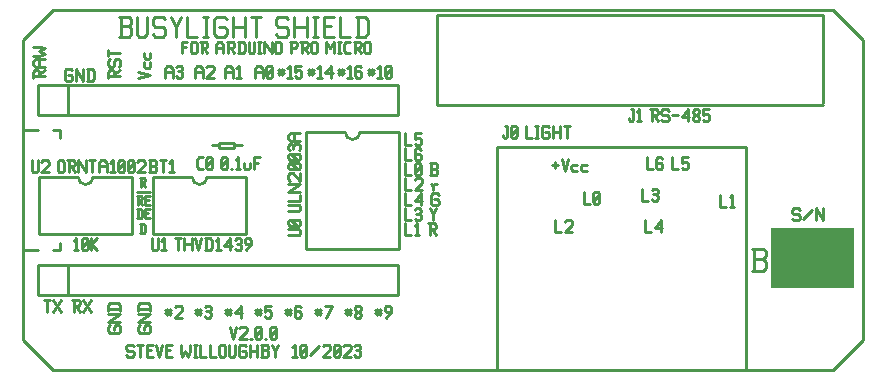
<source format=gto>
G04 start of page 8 for group -4079 idx -4079 *
G04 Title: (unknown), topsilk *
G04 Creator: pcb v4.3.0-g9dea9f5a *
G04 CreationDate: Fri Oct 27 19:37:28 2023 UTC *
G04 For: steve *
G04 Format: Gerber/RS-274X *
G04 PCB-Dimensions (mil): 3200.00 1400.00 *
G04 PCB-Coordinate-Origin: lower left *
%MOIN*%
%FSLAX25Y25*%
%LNGTO*%
%ADD62C,0.0001*%
%ADD61C,0.0100*%
G54D61*X40000Y22500D02*Y110000D01*
Y100000D01*
Y20000D02*Y27500D01*
Y105000D02*Y120000D01*
X50000Y130000D01*
X40000Y25000D02*Y20000D01*
X320000Y110000D02*Y20000D01*
X310000Y10000D01*
X312500Y12500D01*
X310000Y130000D02*X320000Y120000D01*
Y105000D01*
X50000Y130000D02*X72500D01*
X70000D02*X82500D01*
X310000D01*
X40000Y20000D02*X50000Y10000D01*
X72500D01*
X67500D02*X82500D01*
X310000D01*
G54D62*G36*
X289500Y57500D02*X317000D01*
Y37500D01*
X289500D01*
Y57500D01*
G37*
G54D61*X237185Y128500D02*X262185D01*
X306685Y124000D02*Y105500D01*
Y128500D02*Y118000D01*
X260185Y128500D02*X306685D01*
X239685Y98500D02*X262185D01*
X260185D02*X306685D01*
Y108000D02*Y99000D01*
X178185Y128000D02*Y113000D01*
Y111500D02*Y98500D01*
Y128500D02*X239185D01*
X178185Y121500D02*Y110500D01*
Y98500D02*X242185D01*
X40000Y50000D02*X45000D01*
X50000D02*X52500D01*
Y52500D01*
X40000Y90000D02*X45000D01*
X50000D02*X52500D01*
Y87500D01*
X78000Y69500D02*X82500D01*
X72000Y121200D02*X75320D01*
X76150Y122030D01*
Y124022D02*Y122030D01*
X75320Y124852D02*X76150Y124022D01*
X72830Y124852D02*X75320D01*
X72830Y127840D02*Y121200D01*
X72000Y127840D02*X75320D01*
X76150Y127010D01*
Y125682D01*
X75320Y124852D02*X76150Y125682D01*
X78142Y127840D02*Y122030D01*
X78972Y121200D01*
X80632D01*
X81462Y122030D01*
Y127840D02*Y122030D01*
X86774Y127840D02*X87604Y127010D01*
X84284Y127840D02*X86774D01*
X83454Y127010D02*X84284Y127840D01*
X83454Y127010D02*Y125350D01*
X84284Y124520D01*
X86774D01*
X87604Y123690D01*
Y122030D01*
X86774Y121200D02*X87604Y122030D01*
X84284Y121200D02*X86774D01*
X83454Y122030D02*X84284Y121200D01*
X89596Y127840D02*X91256Y124520D01*
X92916Y127840D01*
X91256Y124520D02*Y121200D01*
X94908Y127840D02*Y121200D01*
X98228D01*
X100220Y127840D02*X101880D01*
X101050D02*Y121200D01*
X100220D02*X101880D01*
X107192Y127840D02*X108022Y127010D01*
X104702Y127840D02*X107192D01*
X103872Y127010D02*X104702Y127840D01*
X103872Y127010D02*Y122030D01*
X104702Y121200D01*
X107192D01*
X108022Y122030D01*
Y123690D02*Y122030D01*
X107192Y124520D02*X108022Y123690D01*
X105532Y124520D02*X107192D01*
X110014Y127840D02*Y121200D01*
X114164Y127840D02*Y121200D01*
X110014Y124520D02*X114164D01*
X116156Y127840D02*X119476D01*
X117816D02*Y121200D01*
X127776Y127840D02*X128606Y127010D01*
X125286Y127840D02*X127776D01*
X124456Y127010D02*X125286Y127840D01*
X124456Y127010D02*Y125350D01*
X125286Y124520D01*
X127776D01*
X128606Y123690D01*
Y122030D01*
X127776Y121200D02*X128606Y122030D01*
X125286Y121200D02*X127776D01*
X124456Y122030D02*X125286Y121200D01*
X130598Y127840D02*Y121200D01*
X134748Y127840D02*Y121200D01*
X130598Y124520D02*X134748D01*
X136740Y127840D02*X138400D01*
X137570D02*Y121200D01*
X136740D02*X138400D01*
X140392Y124852D02*X142882D01*
X140392Y121200D02*X143712D01*
X140392Y127840D02*Y121200D01*
Y127840D02*X143712D01*
X145704D02*Y121200D01*
X149024D01*
X151846Y127840D02*Y121200D01*
X154004Y127840D02*X155166Y126678D01*
Y122362D01*
X154004Y121200D02*X155166Y122362D01*
X151016Y121200D02*X154004D01*
X151016Y127840D02*X154004D01*
X93000Y119530D02*Y115650D01*
Y119530D02*X94940D01*
X93000Y117784D02*X94455D01*
X96104Y119045D02*Y116135D01*
Y119045D02*X96589Y119530D01*
X97559D01*
X98044Y119045D01*
Y116135D01*
X97559Y115650D02*X98044Y116135D01*
X96589Y115650D02*X97559D01*
X96104Y116135D02*X96589Y115650D01*
X99208Y119530D02*X101148D01*
X101633Y119045D01*
Y118075D01*
X101148Y117590D02*X101633Y118075D01*
X99693Y117590D02*X101148D01*
X99693Y119530D02*Y115650D01*
X100469Y117590D02*X101633Y115650D01*
X104543Y118560D02*Y115650D01*
Y118560D02*X105222Y119530D01*
X106289D01*
X106968Y118560D01*
Y115650D01*
X104543Y117590D02*X106968D01*
X108132Y119530D02*X110072D01*
X110557Y119045D01*
Y118075D01*
X110072Y117590D02*X110557Y118075D01*
X108617Y117590D02*X110072D01*
X108617Y119530D02*Y115650D01*
X109393Y117590D02*X110557Y115650D01*
X112206Y119530D02*Y115650D01*
X113467Y119530D02*X114146Y118851D01*
Y116329D01*
X113467Y115650D02*X114146Y116329D01*
X111721Y115650D02*X113467D01*
X111721Y119530D02*X113467D01*
X115310D02*Y116135D01*
X115795Y115650D01*
X116765D01*
X117250Y116135D01*
Y119530D02*Y116135D01*
X118414Y119530D02*X119384D01*
X118899D02*Y115650D01*
X118414D02*X119384D01*
X120548Y119530D02*Y115650D01*
Y119530D02*X122973Y115650D01*
Y119530D02*Y115650D01*
X124137Y119045D02*Y116135D01*
Y119045D02*X124622Y119530D01*
X125592D01*
X126077Y119045D01*
Y116135D01*
X125592Y115650D02*X126077Y116135D01*
X124622Y115650D02*X125592D01*
X124137Y116135D02*X124622Y115650D01*
X129472Y119530D02*Y115650D01*
X128987Y119530D02*X130927D01*
X131412Y119045D01*
Y118075D01*
X130927Y117590D02*X131412Y118075D01*
X129472Y117590D02*X130927D01*
X132576Y119530D02*X134516D01*
X135001Y119045D01*
Y118075D01*
X134516Y117590D02*X135001Y118075D01*
X133061Y117590D02*X134516D01*
X133061Y119530D02*Y115650D01*
X133837Y117590D02*X135001Y115650D01*
X136165Y119045D02*Y116135D01*
Y119045D02*X136650Y119530D01*
X137620D01*
X138105Y119045D01*
Y116135D01*
X137620Y115650D02*X138105Y116135D01*
X136650Y115650D02*X137620D01*
X136165Y116135D02*X136650Y115650D01*
X141015Y119530D02*Y115650D01*
Y119530D02*X142470Y117590D01*
X143925Y119530D01*
Y115650D01*
X145089Y119530D02*X146059D01*
X145574D02*Y115650D01*
X145089D02*X146059D01*
X147902D02*X149163D01*
X147223Y116329D02*X147902Y115650D01*
X147223Y118851D02*Y116329D01*
Y118851D02*X147902Y119530D01*
X149163D01*
X150327D02*X152267D01*
X152752Y119045D01*
Y118075D01*
X152267Y117590D02*X152752Y118075D01*
X150812Y117590D02*X152267D01*
X150812Y119530D02*Y115650D01*
X151588Y117590D02*X152752Y115650D01*
X153916Y119045D02*Y116135D01*
Y119045D02*X154401Y119530D01*
X155371D01*
X155856Y119045D01*
Y116135D01*
X155371Y115650D02*X155856Y116135D01*
X154401Y115650D02*X155371D01*
X153916Y116135D02*X154401Y115650D01*
X155000Y109000D02*X157000D01*
X155000Y110000D02*X157000D01*
X156500Y110500D02*Y108500D01*
X155500Y110500D02*Y108500D01*
X158200Y110700D02*X159000Y111500D01*
Y107500D01*
X158200D02*X159700D01*
X160900Y108000D02*X161400Y107500D01*
X160900Y111000D02*Y108000D01*
Y111000D02*X161400Y111500D01*
X162400D01*
X162900Y111000D01*
Y108000D01*
X162400Y107500D02*X162900Y108000D01*
X161400Y107500D02*X162400D01*
X160900Y108500D02*X162900Y110500D01*
X200700Y91500D02*X201500D01*
Y88000D01*
X201000Y87500D02*X201500Y88000D01*
X200500Y87500D02*X201000D01*
X200000Y88000D02*X200500Y87500D01*
X200000Y88500D02*Y88000D01*
X202700D02*X203200Y87500D01*
X202700Y91000D02*Y88000D01*
Y91000D02*X203200Y91500D01*
X204200D01*
X204700Y91000D01*
Y88000D01*
X204200Y87500D02*X204700Y88000D01*
X203200Y87500D02*X204200D01*
X202700Y88500D02*X204700Y90500D01*
X207700Y91500D02*Y87500D01*
X209700D01*
X210900Y91500D02*X211900D01*
X211400D02*Y87500D01*
X210900D02*X211900D01*
X215100Y91500D02*X215600Y91000D01*
X213600Y91500D02*X215100D01*
X213100Y91000D02*X213600Y91500D01*
X213100Y91000D02*Y88000D01*
X213600Y87500D01*
X215100D01*
X215600Y88000D01*
Y89000D02*Y88000D01*
X215100Y89500D02*X215600Y89000D01*
X214100Y89500D02*X215100D01*
X216800Y91500D02*Y87500D01*
X219300Y91500D02*Y87500D01*
X216800Y89500D02*X219300D01*
X220500Y91500D02*X222500D01*
X221500D02*Y87500D01*
X242700Y97000D02*X243500D01*
Y93500D01*
X243000Y93000D02*X243500Y93500D01*
X242500Y93000D02*X243000D01*
X242000Y93500D02*X242500Y93000D01*
X242000Y94000D02*Y93500D01*
X244700Y96200D02*X245500Y97000D01*
Y93000D01*
X244700D02*X246200D01*
X249200Y97000D02*X251200D01*
X251700Y96500D01*
Y95500D01*
X251200Y95000D02*X251700Y95500D01*
X249700Y95000D02*X251200D01*
X249700Y97000D02*Y93000D01*
X250500Y95000D02*X251700Y93000D01*
X254900Y97000D02*X255400Y96500D01*
X253400Y97000D02*X254900D01*
X252900Y96500D02*X253400Y97000D01*
X252900Y96500D02*Y95500D01*
X253400Y95000D01*
X254900D01*
X255400Y94500D01*
Y93500D01*
X254900Y93000D02*X255400Y93500D01*
X253400Y93000D02*X254900D01*
X252900Y93500D02*X253400Y93000D01*
X256600Y95000D02*X258600D01*
X259800Y94500D02*X261800Y97000D01*
X259800Y94500D02*X262300D01*
X261800Y97000D02*Y93000D01*
X263500Y93500D02*X264000Y93000D01*
X263500Y94300D02*Y93500D01*
Y94300D02*X264200Y95000D01*
X264800D01*
X265500Y94300D01*
Y93500D01*
X265000Y93000D02*X265500Y93500D01*
X264000Y93000D02*X265000D01*
X263500Y95700D02*X264200Y95000D01*
X263500Y96500D02*Y95700D01*
Y96500D02*X264000Y97000D01*
X265000D01*
X265500Y96500D01*
Y95700D01*
X264800Y95000D02*X265500Y95700D01*
X266700Y97000D02*X268700D01*
X266700D02*Y95000D01*
X267200Y95500D01*
X268200D01*
X268700Y95000D01*
Y93500D01*
X268200Y93000D02*X268700Y93500D01*
X267200Y93000D02*X268200D01*
X266700Y93500D02*X267200Y93000D01*
X216500Y78500D02*X218500D01*
X217500Y79500D02*Y77500D01*
X219700Y80500D02*X220700Y76500D01*
X221700Y80500D01*
X223400Y78500D02*X224900D01*
X222900Y78000D02*X223400Y78500D01*
X222900Y78000D02*Y77000D01*
X223400Y76500D01*
X224900D01*
X226600Y78500D02*X228100D01*
X226100Y78000D02*X226600Y78500D01*
X226100Y78000D02*Y77000D01*
X226600Y76500D01*
X228100D01*
X256500Y81000D02*Y77000D01*
X258500D01*
X259700Y81000D02*X261700D01*
X259700D02*Y79000D01*
X260200Y79500D01*
X261200D01*
X261700Y79000D01*
Y77500D01*
X261200Y77000D02*X261700Y77500D01*
X260200Y77000D02*X261200D01*
X259700Y77500D02*X260200Y77000D01*
X248000Y81000D02*Y77000D01*
X250000D01*
X252700Y81000D02*X253200Y80500D01*
X251700Y81000D02*X252700D01*
X251200Y80500D02*X251700Y81000D01*
X251200Y80500D02*Y77500D01*
X251700Y77000D01*
X252700Y79200D02*X253200Y78700D01*
X251200Y79200D02*X252700D01*
X251700Y77000D02*X252700D01*
X253200Y77500D01*
Y78700D02*Y77500D01*
X145000Y109000D02*X147000D01*
X145000Y110000D02*X147000D01*
X146500Y110500D02*Y108500D01*
X145500Y110500D02*Y108500D01*
X148200Y110700D02*X149000Y111500D01*
Y107500D01*
X148200D02*X149700D01*
X152400Y111500D02*X152900Y111000D01*
X151400Y111500D02*X152400D01*
X150900Y111000D02*X151400Y111500D01*
X150900Y111000D02*Y108000D01*
X151400Y107500D01*
X152400Y109700D02*X152900Y109200D01*
X150900Y109700D02*X152400D01*
X151400Y107500D02*X152400D01*
X152900Y108000D01*
Y109200D02*Y108000D01*
X135000Y109000D02*X137000D01*
X135000Y110000D02*X137000D01*
X136500Y110500D02*Y108500D01*
X135500Y110500D02*Y108500D01*
X138200Y110700D02*X139000Y111500D01*
Y107500D01*
X138200D02*X139700D01*
X140900Y109000D02*X142900Y111500D01*
X140900Y109000D02*X143400D01*
X142900Y111500D02*Y107500D01*
X125000Y109000D02*X127000D01*
X125000Y110000D02*X127000D01*
X126500Y110500D02*Y108500D01*
X125500Y110500D02*Y108500D01*
X128200Y110700D02*X129000Y111500D01*
Y107500D01*
X128200D02*X129700D01*
X130900Y111500D02*X132900D01*
X130900D02*Y109500D01*
X131400Y110000D01*
X132400D01*
X132900Y109500D01*
Y108000D01*
X132400Y107500D02*X132900Y108000D01*
X131400Y107500D02*X132400D01*
X130900Y108000D02*X131400Y107500D01*
X117500Y110500D02*Y107500D01*
Y110500D02*X118200Y111500D01*
X119300D01*
X120000Y110500D01*
Y107500D01*
X117500Y109500D02*X120000D01*
X121200Y108000D02*X121700Y107500D01*
X121200Y111000D02*Y108000D01*
Y111000D02*X121700Y111500D01*
X122700D01*
X123200Y111000D01*
Y108000D01*
X122700Y107500D02*X123200Y108000D01*
X121700Y107500D02*X122700D01*
X121200Y108500D02*X123200Y110500D01*
X107500D02*Y107500D01*
Y110500D02*X108200Y111500D01*
X109300D01*
X110000Y110500D01*
Y107500D01*
X107500Y109500D02*X110000D01*
X111200Y110700D02*X112000Y111500D01*
Y107500D01*
X111200D02*X112700D01*
X97500Y110500D02*Y107500D01*
Y110500D02*X98200Y111500D01*
X99300D01*
X100000Y110500D01*
Y107500D01*
X97500Y109500D02*X100000D01*
X101200Y111000D02*X101700Y111500D01*
X103200D01*
X103700Y111000D01*
Y110000D01*
X101200Y107500D02*X103700Y110000D01*
X101200Y107500D02*X103700D01*
X87500Y110500D02*Y107500D01*
Y110500D02*X88200Y111500D01*
X89300D01*
X90000Y110500D01*
Y107500D01*
X87500Y109500D02*X90000D01*
X91200Y111000D02*X91700Y111500D01*
X92700D01*
X93200Y111000D01*
X92700Y107500D02*X93200Y108000D01*
X91700Y107500D02*X92700D01*
X91200Y108000D02*X91700Y107500D01*
Y109700D02*X92700D01*
X93200Y111000D02*Y110200D01*
Y109200D02*Y108000D01*
Y109200D02*X92700Y109700D01*
X93200Y110200D02*X92700Y109700D01*
X56000Y110500D02*X56500Y110000D01*
X54500Y110500D02*X56000D01*
X54000Y110000D02*X54500Y110500D01*
X54000Y110000D02*Y107000D01*
X54500Y106500D01*
X56000D01*
X56500Y107000D01*
Y108000D02*Y107000D01*
X56000Y108500D02*X56500Y108000D01*
X55000Y108500D02*X56000D01*
X57700Y110500D02*Y106500D01*
Y110500D02*X60200Y106500D01*
Y110500D02*Y106500D01*
X61900Y110500D02*Y106500D01*
X63200Y110500D02*X63900Y109800D01*
Y107200D01*
X63200Y106500D02*X63900Y107200D01*
X61400Y106500D02*X63200D01*
X61400Y110500D02*X63200D01*
X68500Y109500D02*Y107500D01*
Y109500D02*X69000Y110000D01*
X70000D01*
X70500Y109500D02*X70000Y110000D01*
X70500Y109500D02*Y108000D01*
X68500D02*X72500D01*
X70500Y108800D02*X72500Y110000D01*
X68500Y113200D02*X69000Y113700D01*
X68500Y113200D02*Y111700D01*
X69000Y111200D02*X68500Y111700D01*
X69000Y111200D02*X70000D01*
X70500Y111700D01*
Y113200D02*Y111700D01*
Y113200D02*X71000Y113700D01*
X72000D01*
X72500Y113200D02*X72000Y113700D01*
X72500Y113200D02*Y111700D01*
X72000Y111200D02*X72500Y111700D01*
X68500Y116900D02*Y114900D01*
Y115900D02*X72500D01*
X78500Y107500D02*X82500Y108500D01*
X78500Y109500D01*
X80500Y112700D02*Y111200D01*
X81000Y110700D02*X80500Y111200D01*
X81000Y110700D02*X82000D01*
X82500Y111200D01*
Y112700D02*Y111200D01*
X80500Y115900D02*Y114400D01*
X81000Y113900D02*X80500Y114400D01*
X81000Y113900D02*X82000D01*
X82500Y114400D01*
Y115900D02*Y114400D01*
X43500Y109500D02*Y107500D01*
Y109500D02*X44000Y110000D01*
X45000D01*
X45500Y109500D02*X45000Y110000D01*
X45500Y109500D02*Y108000D01*
X43500D02*X47500D01*
X45500Y108800D02*X47500Y110000D01*
X44500Y111200D02*X47500D01*
X44500D02*X43500Y111900D01*
Y113000D02*Y111900D01*
Y113000D02*X44500Y113700D01*
X47500D01*
X45500D02*Y111200D01*
X43500Y114900D02*X45500D01*
X47500Y115400D01*
X45500Y116400D01*
X47500Y117400D01*
X45500Y117900D01*
X43500D02*X45500D01*
X76500Y18500D02*X77000Y18000D01*
X75000Y18500D02*X76500D01*
X74500Y18000D02*X75000Y18500D01*
X74500Y18000D02*Y17000D01*
X75000Y16500D01*
X76500D01*
X77000Y16000D01*
Y15000D01*
X76500Y14500D02*X77000Y15000D01*
X75000Y14500D02*X76500D01*
X74500Y15000D02*X75000Y14500D01*
X78200Y18500D02*X80200D01*
X79200D02*Y14500D01*
X81400Y16700D02*X82900D01*
X81400Y14500D02*X83400D01*
X81400Y18500D02*Y14500D01*
Y18500D02*X83400D01*
X84600D02*X85600Y14500D01*
X86600Y18500D01*
X87800Y16700D02*X89300D01*
X87800Y14500D02*X89800D01*
X87800Y18500D02*Y14500D01*
Y18500D02*X89800D01*
X92800D02*Y16500D01*
X93300Y14500D01*
X94300Y16500D01*
X95300Y14500D01*
X95800Y16500D01*
Y18500D02*Y16500D01*
X97000Y18500D02*X98000D01*
X97500D02*Y14500D01*
X97000D02*X98000D01*
X99200Y18500D02*Y14500D01*
X101200D01*
X102400Y18500D02*Y14500D01*
X104400D01*
X105600Y18000D02*Y15000D01*
Y18000D02*X106100Y18500D01*
X107100D01*
X107600Y18000D01*
Y15000D01*
X107100Y14500D02*X107600Y15000D01*
X106100Y14500D02*X107100D01*
X105600Y15000D02*X106100Y14500D01*
X108800Y18500D02*Y15000D01*
X109300Y14500D01*
X110300D01*
X110800Y15000D01*
Y18500D02*Y15000D01*
X114000Y18500D02*X114500Y18000D01*
X112500Y18500D02*X114000D01*
X112000Y18000D02*X112500Y18500D01*
X112000Y18000D02*Y15000D01*
X112500Y14500D01*
X114000D01*
X114500Y15000D01*
Y16000D02*Y15000D01*
X114000Y16500D02*X114500Y16000D01*
X113000Y16500D02*X114000D01*
X115700Y18500D02*Y14500D01*
X118200Y18500D02*Y14500D01*
X115700Y16500D02*X118200D01*
X119400Y14500D02*X121400D01*
X121900Y15000D01*
Y16200D02*Y15000D01*
X121400Y16700D02*X121900Y16200D01*
X119900Y16700D02*X121400D01*
X119900Y18500D02*Y14500D01*
X119400Y18500D02*X121400D01*
X121900Y18000D01*
Y17200D01*
X121400Y16700D02*X121900Y17200D01*
X123100Y18500D02*X124100Y16500D01*
X125100Y18500D01*
X124100Y16500D02*Y14500D01*
X129900Y17700D02*X130700Y18500D01*
Y14500D01*
X129900D02*X131400D01*
X132600Y15000D02*X133100Y14500D01*
X132600Y18000D02*Y15000D01*
Y18000D02*X133100Y18500D01*
X134100D01*
X134600Y18000D01*
Y15000D01*
X134100Y14500D02*X134600Y15000D01*
X133100Y14500D02*X134100D01*
X132600Y15500D02*X134600Y17500D01*
X135800Y15000D02*X138800Y18000D01*
X140000D02*X140500Y18500D01*
X142000D01*
X142500Y18000D01*
Y17000D01*
X140000Y14500D02*X142500Y17000D01*
X140000Y14500D02*X142500D01*
X143700Y15000D02*X144200Y14500D01*
X143700Y18000D02*Y15000D01*
Y18000D02*X144200Y18500D01*
X145200D01*
X145700Y18000D01*
Y15000D01*
X145200Y14500D02*X145700Y15000D01*
X144200Y14500D02*X145200D01*
X143700Y15500D02*X145700Y17500D01*
X146900Y18000D02*X147400Y18500D01*
X148900D01*
X149400Y18000D01*
Y17000D01*
X146900Y14500D02*X149400Y17000D01*
X146900Y14500D02*X149400D01*
X150600Y18000D02*X151100Y18500D01*
X152100D01*
X152600Y18000D01*
X152100Y14500D02*X152600Y15000D01*
X151100Y14500D02*X152100D01*
X150600Y15000D02*X151100Y14500D01*
Y16700D02*X152100D01*
X152600Y18000D02*Y17200D01*
Y16200D02*Y15000D01*
Y16200D02*X152100Y16700D01*
X152600Y17200D02*X152100Y16700D01*
X109000Y24500D02*X110000Y20500D01*
X111000Y24500D01*
X112200Y24000D02*X112700Y24500D01*
X114200D01*
X114700Y24000D01*
Y23000D01*
X112200Y20500D02*X114700Y23000D01*
X112200Y20500D02*X114700D01*
X115900D02*X116400D01*
X117600Y21000D02*X118100Y20500D01*
X117600Y24000D02*Y21000D01*
Y24000D02*X118100Y24500D01*
X119100D01*
X119600Y24000D01*
Y21000D01*
X119100Y20500D02*X119600Y21000D01*
X118100Y20500D02*X119100D01*
X117600Y21500D02*X119600Y23500D01*
X120800Y20500D02*X121300D01*
X122500Y21000D02*X123000Y20500D01*
X122500Y24000D02*Y21000D01*
Y24000D02*X123000Y24500D01*
X124000D01*
X124500Y24000D01*
Y21000D01*
X124000Y20500D02*X124500Y21000D01*
X123000Y20500D02*X124000D01*
X122500Y21500D02*X124500Y23500D01*
X117500Y29000D02*X119500D01*
X117500Y30000D02*X119500D01*
X119000Y30500D02*Y28500D01*
X118000Y30500D02*Y28500D01*
X120700Y31500D02*X122700D01*
X120700D02*Y29500D01*
X121200Y30000D01*
X122200D01*
X122700Y29500D01*
Y28000D01*
X122200Y27500D02*X122700Y28000D01*
X121200Y27500D02*X122200D01*
X120700Y28000D02*X121200Y27500D01*
X107500Y29000D02*X109500D01*
X107500Y30000D02*X109500D01*
X109000Y30500D02*Y28500D01*
X108000Y30500D02*Y28500D01*
X110700Y29000D02*X112700Y31500D01*
X110700Y29000D02*X113200D01*
X112700Y31500D02*Y27500D01*
X83000Y54000D02*Y50500D01*
X83500Y50000D01*
X84500D01*
X85000Y50500D01*
Y54000D02*Y50500D01*
X86200Y53200D02*X87000Y54000D01*
Y50000D01*
X86200D02*X87700D01*
X90700Y54000D02*X92700D01*
X91700D02*Y50000D01*
X93900Y54000D02*Y50000D01*
X96400Y54000D02*Y50000D01*
X93900Y52000D02*X96400D01*
X97600Y54000D02*X98600Y50000D01*
X99600Y54000D01*
X101300D02*Y50000D01*
X102600Y54000D02*X103300Y53300D01*
Y50700D01*
X102600Y50000D02*X103300Y50700D01*
X100800Y50000D02*X102600D01*
X100800Y54000D02*X102600D01*
X104500Y53200D02*X105300Y54000D01*
Y50000D01*
X104500D02*X106000D01*
X107200Y51500D02*X109200Y54000D01*
X107200Y51500D02*X109700D01*
X109200Y54000D02*Y50000D01*
X110900Y53500D02*X111400Y54000D01*
X112400D01*
X112900Y53500D01*
X112400Y50000D02*X112900Y50500D01*
X111400Y50000D02*X112400D01*
X110900Y50500D02*X111400Y50000D01*
Y52200D02*X112400D01*
X112900Y53500D02*Y52700D01*
Y51700D02*Y50500D01*
Y51700D02*X112400Y52200D01*
X112900Y52700D02*X112400Y52200D01*
X114600Y50000D02*X116100Y52000D01*
Y53500D02*Y52000D01*
X115600Y54000D02*X116100Y53500D01*
X114600Y54000D02*X115600D01*
X114100Y53500D02*X114600Y54000D01*
X114100Y53500D02*Y52500D01*
X114600Y52000D01*
X116100D01*
X57000Y53200D02*X57800Y54000D01*
Y50000D01*
X57000D02*X58500D01*
X59700Y50500D02*X60200Y50000D01*
X59700Y53500D02*Y50500D01*
Y53500D02*X60200Y54000D01*
X61200D01*
X61700Y53500D01*
Y50500D01*
X61200Y50000D02*X61700Y50500D01*
X60200Y50000D02*X61200D01*
X59700Y51000D02*X61700Y53000D01*
X62900Y54000D02*Y50000D01*
Y52000D02*X64900Y54000D01*
X62900Y52000D02*X64900Y50000D01*
X78000Y68230D02*X79540D01*
X79925Y67845D01*
Y67075D01*
X79540Y66690D02*X79925Y67075D01*
X78385Y66690D02*X79540D01*
X78385Y68230D02*Y65150D01*
X79001Y66690D02*X79925Y65150D01*
X80849Y66844D02*X82004D01*
X80849Y65150D02*X82389D01*
X80849Y68230D02*Y65150D01*
Y68230D02*X82389D01*
X78380Y63740D02*Y60700D01*
X79368Y63740D02*X79900Y63208D01*
Y61232D01*
X79368Y60700D02*X79900Y61232D01*
X78000Y60700D02*X79368D01*
X78000Y63740D02*X79368D01*
X80812Y62372D02*X81952D01*
X80812Y60700D02*X82332D01*
X80812Y63740D02*Y60700D01*
Y63740D02*X82332D01*
X79385Y58730D02*Y55650D01*
X80386Y58730D02*X80925Y58191D01*
Y56189D01*
X80386Y55650D02*X80925Y56189D01*
X79000Y55650D02*X80386D01*
X79000Y58730D02*X80386D01*
X43000Y80000D02*Y76500D01*
X43500Y76000D01*
X44500D01*
X45000Y76500D01*
Y80000D02*Y76500D01*
X46200Y79500D02*X46700Y80000D01*
X48200D01*
X48700Y79500D01*
Y78500D01*
X46200Y76000D02*X48700Y78500D01*
X46200Y76000D02*X48700D01*
X51700Y79500D02*Y76500D01*
Y79500D02*X52200Y80000D01*
X53200D01*
X53700Y79500D01*
Y76500D01*
X53200Y76000D02*X53700Y76500D01*
X52200Y76000D02*X53200D01*
X51700Y76500D02*X52200Y76000D01*
X54900Y80000D02*X56900D01*
X57400Y79500D01*
Y78500D01*
X56900Y78000D02*X57400Y78500D01*
X55400Y78000D02*X56900D01*
X55400Y80000D02*Y76000D01*
X56200Y78000D02*X57400Y76000D01*
X58600Y80000D02*Y76000D01*
Y80000D02*X61100Y76000D01*
Y80000D02*Y76000D01*
X62300Y80000D02*X64300D01*
X63300D02*Y76000D01*
X65500Y79000D02*Y76000D01*
Y79000D02*X66200Y80000D01*
X67300D01*
X68000Y79000D01*
Y76000D01*
X65500Y78000D02*X68000D01*
X69200Y79200D02*X70000Y80000D01*
Y76000D01*
X69200D02*X70700D01*
X71900Y76500D02*X72400Y76000D01*
X71900Y79500D02*Y76500D01*
Y79500D02*X72400Y80000D01*
X73400D01*
X73900Y79500D01*
Y76500D01*
X73400Y76000D02*X73900Y76500D01*
X72400Y76000D02*X73400D01*
X71900Y77000D02*X73900Y79000D01*
X75100Y76500D02*X75600Y76000D01*
X75100Y79500D02*Y76500D01*
Y79500D02*X75600Y80000D01*
X76600D01*
X77100Y79500D01*
Y76500D01*
X76600Y76000D02*X77100Y76500D01*
X75600Y76000D02*X76600D01*
X75100Y77000D02*X77100Y79000D01*
X78300Y79500D02*X78800Y80000D01*
X80300D01*
X80800Y79500D01*
Y78500D01*
X78300Y76000D02*X80800Y78500D01*
X78300Y76000D02*X80800D01*
X82000D02*X84000D01*
X84500Y76500D01*
Y77700D02*Y76500D01*
X84000Y78200D02*X84500Y77700D01*
X82500Y78200D02*X84000D01*
X82500Y80000D02*Y76000D01*
X82000Y80000D02*X84000D01*
X84500Y79500D01*
Y78700D01*
X84000Y78200D02*X84500Y78700D01*
X85700Y80000D02*X87700D01*
X86700D02*Y76000D01*
X88900Y79200D02*X89700Y80000D01*
Y76000D01*
X88900D02*X90400D01*
X98700Y77000D02*X100000D01*
X98000Y77700D02*X98700Y77000D01*
X98000Y80300D02*Y77700D01*
Y80300D02*X98700Y81000D01*
X100000D01*
X101200Y77500D02*X101700Y77000D01*
X101200Y80500D02*Y77500D01*
Y80500D02*X101700Y81000D01*
X102700D01*
X103200Y80500D01*
Y77500D01*
X102700Y77000D02*X103200Y77500D01*
X101700Y77000D02*X102700D01*
X101200Y78000D02*X103200Y80000D01*
X106200Y77500D02*X106700Y77000D01*
X106200Y80500D02*Y77500D01*
Y80500D02*X106700Y81000D01*
X107700D01*
X108200Y80500D01*
Y77500D01*
X107700Y77000D02*X108200Y77500D01*
X106700Y77000D02*X107700D01*
X106200Y78000D02*X108200Y80000D01*
X109400Y77000D02*X109900D01*
X111100Y80200D02*X111900Y81000D01*
Y77000D01*
X111100D02*X112600D01*
X113800Y79000D02*Y77500D01*
X114300Y77000D01*
X115300D01*
X115800Y77500D01*
Y79000D02*Y77500D01*
X117000Y81000D02*Y77000D01*
Y81000D02*X119000D01*
X117000Y79200D02*X118500D01*
X79000Y74230D02*X80540D01*
X80925Y73845D01*
Y73075D01*
X80540Y72690D02*X80925Y73075D01*
X79385Y72690D02*X80540D01*
X79385Y74230D02*Y71150D01*
X80001Y72690D02*X80925Y71150D01*
X68500Y24500D02*X69000Y25000D01*
X68500Y24500D02*Y23000D01*
X69000Y22500D02*X68500Y23000D01*
X69000Y22500D02*X72000D01*
X72500Y23000D01*
Y24500D02*Y23000D01*
Y24500D02*X72000Y25000D01*
X71000D02*X72000D01*
X70500Y24500D02*X71000Y25000D01*
X70500Y24500D02*Y23500D01*
X68500Y26200D02*X72500D01*
X68500D02*X72500Y28700D01*
X68500D02*X72500D01*
X68500Y30400D02*X72500D01*
X68500Y31700D02*X69200Y32400D01*
X71800D01*
X72500Y31700D02*X71800Y32400D01*
X72500Y31700D02*Y29900D01*
X68500Y31700D02*Y29900D01*
X97500Y29000D02*X99500D01*
X97500Y30000D02*X99500D01*
X99000Y30500D02*Y28500D01*
X98000Y30500D02*Y28500D01*
X100700Y31000D02*X101200Y31500D01*
X102200D01*
X102700Y31000D01*
X102200Y27500D02*X102700Y28000D01*
X101200Y27500D02*X102200D01*
X100700Y28000D02*X101200Y27500D01*
Y29700D02*X102200D01*
X102700Y31000D02*Y30200D01*
Y29200D02*Y28000D01*
Y29200D02*X102200Y29700D01*
X102700Y30200D02*X102200Y29700D01*
X87500Y29000D02*X89500D01*
X87500Y30000D02*X89500D01*
X89000Y30500D02*Y28500D01*
X88000Y30500D02*Y28500D01*
X90700Y31000D02*X91200Y31500D01*
X92700D01*
X93200Y31000D01*
Y30000D01*
X90700Y27500D02*X93200Y30000D01*
X90700Y27500D02*X93200D01*
X78500Y24500D02*X79000Y25000D01*
X78500Y24500D02*Y23000D01*
X79000Y22500D02*X78500Y23000D01*
X79000Y22500D02*X82000D01*
X82500Y23000D01*
Y24500D02*Y23000D01*
Y24500D02*X82000Y25000D01*
X81000D02*X82000D01*
X80500Y24500D02*X81000Y25000D01*
X80500Y24500D02*Y23500D01*
X78500Y26200D02*X82500D01*
X78500D02*X82500Y28700D01*
X78500D02*X82500D01*
X78500Y30400D02*X82500D01*
X78500Y31700D02*X79200Y32400D01*
X81800D01*
X82500Y31700D02*X81800Y32400D01*
X82500Y31700D02*Y29900D01*
X78500Y31700D02*Y29900D01*
X283000Y43100D02*X286760D01*
X287700Y44040D01*
Y46296D02*Y44040D01*
X286760Y47236D02*X287700Y46296D01*
X283940Y47236D02*X286760D01*
X283940Y50620D02*Y43100D01*
X283000Y50620D02*X286760D01*
X287700Y49680D01*
Y48176D01*
X286760Y47236D02*X287700Y48176D01*
X298500Y64000D02*X299000Y63500D01*
X297000Y64000D02*X298500D01*
X296500Y63500D02*X297000Y64000D01*
X296500Y63500D02*Y62500D01*
X297000Y62000D01*
X298500D01*
X299000Y61500D01*
Y60500D01*
X298500Y60000D02*X299000Y60500D01*
X297000Y60000D02*X298500D01*
X296500Y60500D02*X297000Y60000D01*
X300200Y60500D02*X303200Y63500D01*
X304400Y64000D02*Y60000D01*
Y64000D02*X306900Y60000D01*
Y64000D02*Y60000D01*
X227000Y69500D02*Y65500D01*
X229000D01*
X230200Y66000D02*X230700Y65500D01*
X230200Y69000D02*Y66000D01*
Y69000D02*X230700Y69500D01*
X231700D01*
X232200Y69000D01*
Y66000D01*
X231700Y65500D02*X232200Y66000D01*
X230700Y65500D02*X231700D01*
X230200Y66500D02*X232200Y68500D01*
X217500Y60000D02*Y56000D01*
X219500D01*
X220700Y59500D02*X221200Y60000D01*
X222700D01*
X223200Y59500D01*
Y58500D01*
X220700Y56000D02*X223200Y58500D01*
X220700Y56000D02*X223200D01*
X247500Y60000D02*Y56000D01*
X249500D01*
X250700Y57500D02*X252700Y60000D01*
X250700Y57500D02*X253200D01*
X252700Y60000D02*Y56000D01*
X246500Y70500D02*Y66500D01*
X248500D01*
X249700Y70000D02*X250200Y70500D01*
X251200D01*
X251700Y70000D01*
X251200Y66500D02*X251700Y67000D01*
X250200Y66500D02*X251200D01*
X249700Y67000D02*X250200Y66500D01*
Y68700D02*X251200D01*
X251700Y70000D02*Y69200D01*
Y68200D02*Y67000D01*
Y68200D02*X251200Y68700D01*
X251700Y69200D02*X251200Y68700D01*
X272500Y68500D02*Y64500D01*
X274500D01*
X275700Y67700D02*X276500Y68500D01*
Y64500D01*
X275700D02*X277200D01*
X56500Y33500D02*X58500D01*
X59000Y33000D01*
Y32000D01*
X58500Y31500D02*X59000Y32000D01*
X57000Y31500D02*X58500D01*
X57000Y33500D02*Y29500D01*
X57800Y31500D02*X59000Y29500D01*
X60200D02*X62700Y33500D01*
X60200D02*X62700Y29500D01*
X47000Y33500D02*X49000D01*
X48000D02*Y29500D01*
X50200D02*X52700Y33500D01*
X50200D02*X52700Y29500D01*
X157500Y29000D02*X159500D01*
X157500Y30000D02*X159500D01*
X159000Y30500D02*Y28500D01*
X158000Y30500D02*Y28500D01*
X161200Y27500D02*X162700Y29500D01*
Y31000D02*Y29500D01*
X162200Y31500D02*X162700Y31000D01*
X161200Y31500D02*X162200D01*
X160700Y31000D02*X161200Y31500D01*
X160700Y31000D02*Y30000D01*
X161200Y29500D01*
X162700D01*
X147500Y29000D02*X149500D01*
X147500Y30000D02*X149500D01*
X149000Y30500D02*Y28500D01*
X148000Y30500D02*Y28500D01*
X150700Y28000D02*X151200Y27500D01*
X150700Y28800D02*Y28000D01*
Y28800D02*X151400Y29500D01*
X152000D01*
X152700Y28800D01*
Y28000D01*
X152200Y27500D02*X152700Y28000D01*
X151200Y27500D02*X152200D01*
X150700Y30200D02*X151400Y29500D01*
X150700Y31000D02*Y30200D01*
Y31000D02*X151200Y31500D01*
X152200D01*
X152700Y31000D01*
Y30200D01*
X152000Y29500D02*X152700Y30200D01*
X137500Y29000D02*X139500D01*
X137500Y30000D02*X139500D01*
X139000Y30500D02*Y28500D01*
X138000Y30500D02*Y28500D01*
X141200Y27500D02*X143200Y31500D01*
X140700D02*X143200D01*
X127500Y29000D02*X129500D01*
X127500Y30000D02*X129500D01*
X129000Y30500D02*Y28500D01*
X128000Y30500D02*Y28500D01*
X132200Y31500D02*X132700Y31000D01*
X131200Y31500D02*X132200D01*
X130700Y31000D02*X131200Y31500D01*
X130700Y31000D02*Y28000D01*
X131200Y27500D01*
X132200Y29700D02*X132700Y29200D01*
X130700Y29700D02*X132200D01*
X131200Y27500D02*X132200D01*
X132700Y28000D01*
Y29200D02*Y28000D01*
X128500Y55000D02*X132000D01*
X132500Y55500D01*
Y56500D02*Y55500D01*
Y56500D02*X132000Y57000D01*
X128500D02*X132000D01*
Y58200D02*X132500Y58700D01*
X129000Y58200D02*X132000D01*
X129000D02*X128500Y58700D01*
Y59700D02*Y58700D01*
Y59700D02*X129000Y60200D01*
X132000D01*
X132500Y59700D02*X132000Y60200D01*
X132500Y59700D02*Y58700D01*
X131500Y58200D02*X129500Y60200D01*
X128500Y63200D02*X132000D01*
X132500Y63700D01*
Y64700D02*Y63700D01*
Y64700D02*X132000Y65200D01*
X128500D02*X132000D01*
X128500Y66400D02*X132500D01*
Y68400D02*Y66400D01*
X128500Y69600D02*X132500D01*
X128500D02*X132500Y72100D01*
X128500D02*X132500D01*
X129000Y73300D02*X128500Y73800D01*
Y75300D02*Y73800D01*
Y75300D02*X129000Y75800D01*
X130000D01*
X132500Y73300D02*X130000Y75800D01*
X132500D02*Y73300D01*
X132000Y77000D02*X132500Y77500D01*
X129000Y77000D02*X132000D01*
X129000D02*X128500Y77500D01*
Y78500D02*Y77500D01*
Y78500D02*X129000Y79000D01*
X132000D01*
X132500Y78500D02*X132000Y79000D01*
X132500Y78500D02*Y77500D01*
X131500Y77000D02*X129500Y79000D01*
X132000Y80200D02*X132500Y80700D01*
X129000Y80200D02*X132000D01*
X129000D02*X128500Y80700D01*
Y81700D02*Y80700D01*
Y81700D02*X129000Y82200D01*
X132000D01*
X132500Y81700D02*X132000Y82200D01*
X132500Y81700D02*Y80700D01*
X131500Y80200D02*X129500Y82200D01*
X129000Y83400D02*X128500Y83900D01*
Y84900D02*Y83900D01*
Y84900D02*X129000Y85400D01*
X132500Y84900D02*X132000Y85400D01*
X132500Y84900D02*Y83900D01*
X132000Y83400D02*X132500Y83900D01*
X130300Y84900D02*Y83900D01*
X129000Y85400D02*X129800D01*
X130800D02*X132000D01*
X130800D02*X130300Y84900D01*
X129800Y85400D02*X130300Y84900D01*
X129500Y86600D02*X132500D01*
X129500D02*X128500Y87300D01*
Y88400D02*Y87300D01*
Y88400D02*X129500Y89100D01*
X132500D01*
X130500D02*Y86600D01*
X167500Y59000D02*Y55000D01*
X169500D01*
X170700Y58200D02*X171500Y59000D01*
Y55000D01*
X170700D02*X172200D01*
X175200Y59000D02*X177200D01*
X177700Y58500D01*
Y57500D01*
X177200Y57000D02*X177700Y57500D01*
X175700Y57000D02*X177200D01*
X175700Y59000D02*Y55000D01*
X176500Y57000D02*X177700Y55000D01*
X167500Y64000D02*Y60000D01*
X169500D01*
X170700Y63500D02*X171200Y64000D01*
X172200D01*
X172700Y63500D01*
X172200Y60000D02*X172700Y60500D01*
X171200Y60000D02*X172200D01*
X170700Y60500D02*X171200Y60000D01*
Y62200D02*X172200D01*
X172700Y63500D02*Y62700D01*
Y61700D02*Y60500D01*
Y61700D02*X172200Y62200D01*
X172700Y62700D02*X172200Y62200D01*
X175700Y64000D02*X176700Y62000D01*
X177700Y64000D01*
X176700Y62000D02*Y60000D01*
X167500Y69000D02*Y65000D01*
X169500D01*
X170700Y66500D02*X172700Y69000D01*
X170700Y66500D02*X173200D01*
X172700Y69000D02*Y65000D01*
X178200Y69000D02*X178700Y68500D01*
X176700Y69000D02*X178200D01*
X176200Y68500D02*X176700Y69000D01*
X176200Y68500D02*Y65500D01*
X176700Y65000D01*
X178200D01*
X178700Y65500D01*
Y66500D02*Y65500D01*
X178200Y67000D02*X178700Y66500D01*
X177200Y67000D02*X178200D01*
X167500Y79000D02*Y75000D01*
X169500D01*
X170700Y75500D02*X171200Y75000D01*
X170700Y78500D02*Y75500D01*
Y78500D02*X171200Y79000D01*
X172200D01*
X172700Y78500D01*
Y75500D01*
X172200Y75000D02*X172700Y75500D01*
X171200Y75000D02*X172200D01*
X170700Y76000D02*X172700Y78000D01*
X175700Y75000D02*X177700D01*
X178200Y75500D01*
Y76700D02*Y75500D01*
X177700Y77200D02*X178200Y76700D01*
X176200Y77200D02*X177700D01*
X176200Y79000D02*Y75000D01*
X175700Y79000D02*X177700D01*
X178200Y78500D01*
Y77700D01*
X177700Y77200D02*X178200Y77700D01*
X167500Y74000D02*Y70000D01*
X169500D01*
X170700Y73500D02*X171200Y74000D01*
X172700D01*
X173200Y73500D01*
Y72500D01*
X170700Y70000D02*X173200Y72500D01*
X170700Y70000D02*X173200D01*
X176700Y71500D02*Y70000D01*
Y71500D02*X177200Y72000D01*
X178200D01*
X176200D02*X176700Y71500D01*
X167500Y89000D02*Y85000D01*
X169500D01*
X170700Y89000D02*X172700D01*
X170700D02*Y87000D01*
X171200Y87500D01*
X172200D01*
X172700Y87000D01*
Y85500D01*
X172200Y85000D02*X172700Y85500D01*
X171200Y85000D02*X172200D01*
X170700Y85500D02*X171200Y85000D01*
X167500Y84000D02*Y80000D01*
X169500D01*
X172200Y84000D02*X172700Y83500D01*
X171200Y84000D02*X172200D01*
X170700Y83500D02*X171200Y84000D01*
X170700Y83500D02*Y80500D01*
X171200Y80000D01*
X172200Y82200D02*X172700Y81700D01*
X170700Y82200D02*X172200D01*
X171200Y80000D02*X172200D01*
X172700Y80500D01*
Y81700D02*Y80500D01*
G54D62*G36*
X289500Y57500D02*X317000D01*
Y37500D01*
X289500D01*
Y57500D01*
G37*
G54D61*X198300Y10200D02*X281000D01*
X198300D02*Y84600D01*
X227300D01*
X227200D02*X281000D01*
Y10200D01*
X45000Y35000D02*X165000D01*
Y45000D02*Y35000D01*
X45000Y45000D02*X165000D01*
X45000D02*Y35000D01*
X55000Y45000D02*Y35000D01*
X45000Y45000D02*X55000D01*
X134500Y89500D02*Y50500D01*
X165500D01*
Y89500D01*
X134500D02*X147500D01*
X165500D02*X152500D01*
X147500D02*G75*G03X152500Y89500I2500J0D01*G01*
X45500Y74500D02*Y55500D01*
X76500D01*
Y74500D01*
X45500D02*X58500D01*
X76500D02*X63500D01*
X58500D02*G75*G03X63500Y74500I2500J0D01*G01*
X83500D02*Y55500D01*
X114500D01*
Y74500D01*
X83500D02*X96500D01*
X114500D02*X101500D01*
X96500D02*G75*G03X101500Y74500I2500J0D01*G01*
X103000Y85000D02*X105500D01*
X110500D02*X113000D01*
X105500Y85800D02*X110500D01*
Y84200D01*
X105500D01*
Y85800D01*
X45000Y95000D02*X165000D01*
Y105000D02*Y95000D01*
X45000Y105000D02*X165000D01*
X45000D02*Y95000D01*
X55000Y105000D02*Y95000D01*
X45000Y105000D02*X55000D01*
M02*

</source>
